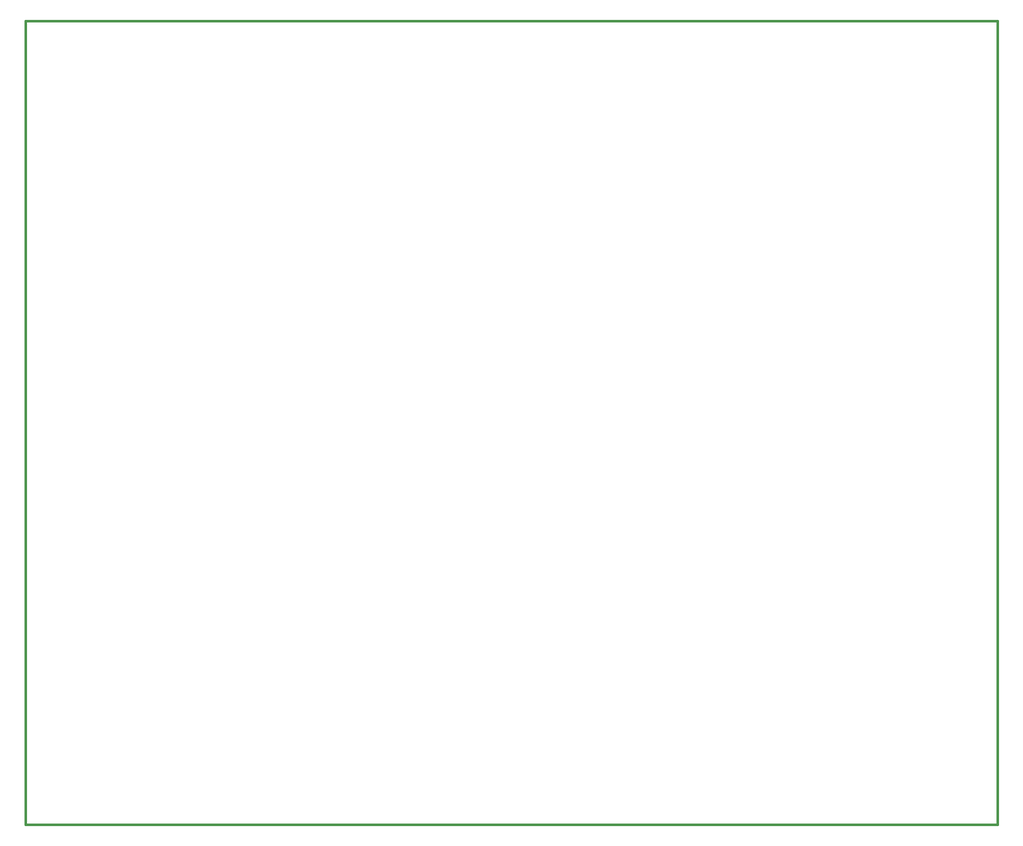
<source format=gm1>
G04 #@! TF.FileFunction,Profile,NP*
%FSLAX46Y46*%
G04 Gerber Fmt 4.6, Leading zero omitted, Abs format (unit mm)*
G04 Created by KiCad (PCBNEW 4.0.1-stable) date Friday, April 08, 2016 'AMt' 02:22:46 AM*
%MOMM*%
G01*
G04 APERTURE LIST*
%ADD10C,0.020000*%
%ADD11C,0.381000*%
G04 APERTURE END LIST*
D10*
D11*
X63500000Y-21590000D02*
X224790000Y-21590000D01*
X63500000Y-154940000D02*
X63500000Y-21590000D01*
X224790000Y-154940000D02*
X63500000Y-154940000D01*
X224790000Y-21590000D02*
X224790000Y-154940000D01*
M02*

</source>
